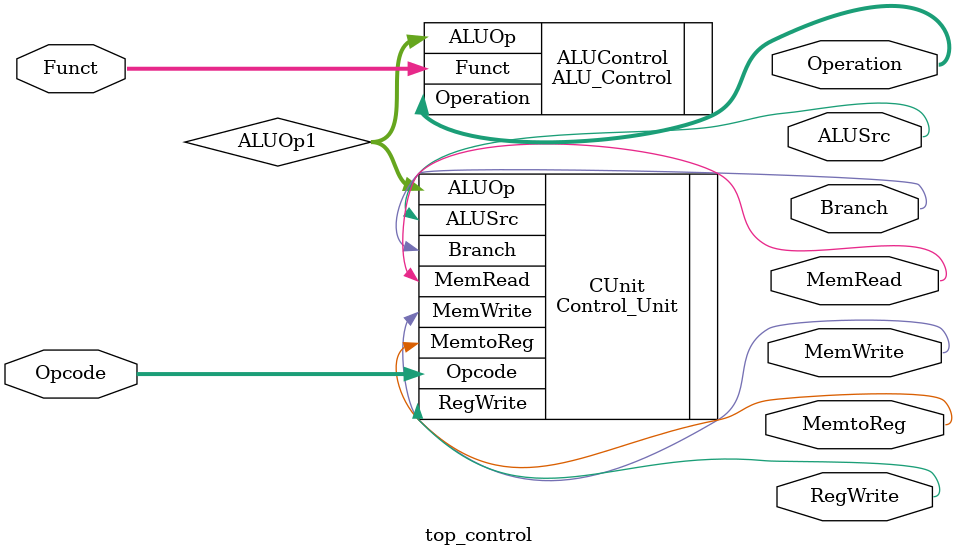
<source format=v>
module top_control
  (
  input [6:0] Opcode,
  input [3:0] Funct,
  output Branch,
  output MemRead,
  output MemtoReg,
  output MemWrite,
  output ALUSrc,
  output RegWrite,
  output [3:0] Operation
  );
  
  wire [1:0] ALUOp1;
  
  Control_Unit CUnit
  (
  .Opcode(Opcode),
  .Branch(Branch),
  .MemRead(MemRead),
  .MemtoReg(MemtoReg),
  .MemWrite(MemWrite),
  .ALUSrc(ALUSrc),
  .RegWrite(RegWrite),
  .ALUOp(ALUOp1)
  );
  
  ALU_Control ALUControl
  (
  .ALUOp(ALUOp1),
  .Funct(Funct),
  .Operation(Operation)
  );
  
endmodule
</source>
